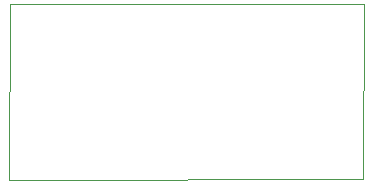
<source format=gm1>
G75*
%MOIN*%
%OFA0B0*%
%FSLAX25Y25*%
%IPPOS*%
%LPD*%
%AMOC8*
5,1,8,0,0,1.08239X$1,22.5*
%
%ADD10C,0.00000*%
D10*
X0025036Y0028146D02*
X0025312Y0086689D01*
X0143304Y0086531D01*
X0143146Y0028382D01*
X0025036Y0028146D01*
M02*

</source>
